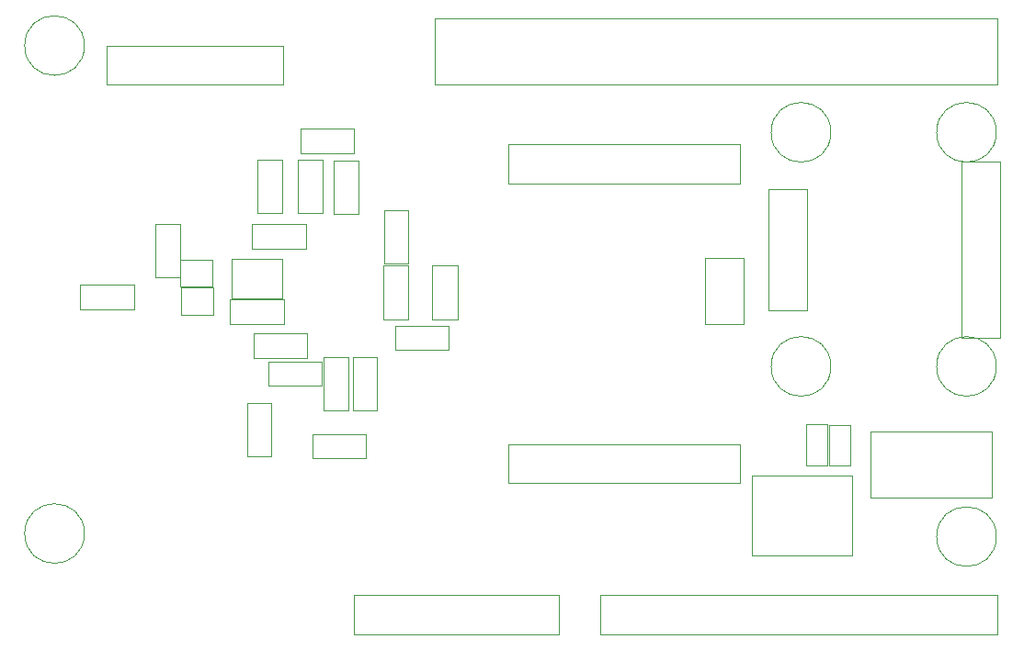
<source format=gbr>
%TF.GenerationSoftware,KiCad,Pcbnew,(5.1.9)-1*%
%TF.CreationDate,2021-03-22T02:42:00-07:00*%
%TF.ProjectId,CapstoneBoard,43617073-746f-46e6-9542-6f6172642e6b,3*%
%TF.SameCoordinates,PX4c4b400PY6bc3e40*%
%TF.FileFunction,Other,User*%
%FSLAX46Y46*%
G04 Gerber Fmt 4.6, Leading zero omitted, Abs format (unit mm)*
G04 Created by KiCad (PCBNEW (5.1.9)-1) date 2021-03-22 02:42:00*
%MOMM*%
%LPD*%
G01*
G04 APERTURE LIST*
%ADD10C,0.050000*%
G04 APERTURE END LIST*
D10*
%TO.C,J9*%
X39993000Y57533000D02*
X39993000Y51383000D01*
X91843000Y57533000D02*
X39993000Y57533000D01*
X91843000Y51383000D02*
X91843000Y57533000D01*
X39993000Y51383000D02*
X91843000Y51383000D01*
%TO.C,J6*%
X51457000Y710000D02*
X51457000Y4310000D01*
X32607000Y710000D02*
X51457000Y710000D01*
X32607000Y4310000D02*
X32607000Y710000D01*
X51457000Y4310000D02*
X32607000Y4310000D01*
%TO.C,J8*%
X46778000Y42269000D02*
X68128000Y42269000D01*
X68128000Y42269000D02*
X68128000Y45869000D01*
X68128000Y45869000D02*
X46778000Y45869000D01*
X46778000Y45869000D02*
X46778000Y42269000D01*
%TO.C,U2*%
X69248000Y7944000D02*
X78448000Y7944000D01*
X69248000Y15354000D02*
X78448000Y15354000D01*
X69248000Y7944000D02*
X69248000Y15354000D01*
X78448000Y7944000D02*
X78448000Y15354000D01*
%TO.C,J10*%
X80125000Y19433000D02*
X80125000Y13283000D01*
X91325000Y19433000D02*
X80125000Y19433000D01*
X91325000Y13283000D02*
X91325000Y19433000D01*
X80125000Y13283000D02*
X91325000Y13283000D01*
%TO.C,J7*%
X26067000Y54983000D02*
X9767000Y54983000D01*
X9767000Y54983000D02*
X9767000Y51383000D01*
X9767000Y51383000D02*
X26067000Y51383000D01*
X26067000Y51383000D02*
X26067000Y54983000D01*
%TO.C,J5*%
X46778000Y14646500D02*
X68128000Y14646500D01*
X68128000Y14646500D02*
X68128000Y18246500D01*
X68128000Y18246500D02*
X46778000Y18246500D01*
X46778000Y18246500D02*
X46778000Y14646500D01*
%TO.C,J3*%
X74290000Y41795000D02*
X74290000Y30595000D01*
X70740000Y41795000D02*
X74290000Y41795000D01*
X70740000Y30595000D02*
X70740000Y41795000D01*
X74290000Y30595000D02*
X70740000Y30595000D01*
%TO.C,J2*%
X92070000Y44305000D02*
X92070000Y28055000D01*
X88520000Y44305000D02*
X92070000Y44305000D01*
X88520000Y28055000D02*
X88520000Y44305000D01*
X92070000Y28055000D02*
X88520000Y28055000D01*
%TO.C,J12*%
X64875000Y35425000D02*
X64875000Y29275000D01*
X64875000Y29275000D02*
X68475000Y29275000D01*
X68475000Y29275000D02*
X68475000Y35425000D01*
X68475000Y35425000D02*
X64875000Y35425000D01*
%TO.C,Q2*%
X16594000Y35256000D02*
X16594000Y32756000D01*
X16594000Y32756000D02*
X19494000Y32756000D01*
X19494000Y35256000D02*
X19494000Y32756000D01*
X16594000Y35256000D02*
X19494000Y35256000D01*
%TO.C,R11*%
X37573000Y39778000D02*
X37573000Y34878000D01*
X35333000Y39778000D02*
X37573000Y39778000D01*
X35333000Y34878000D02*
X35333000Y39778000D01*
X37573000Y34878000D02*
X35333000Y34878000D01*
%TO.C,R10*%
X32559000Y45078000D02*
X27659000Y45078000D01*
X32559000Y47318000D02*
X32559000Y45078000D01*
X27659000Y47318000D02*
X32559000Y47318000D01*
X27659000Y45078000D02*
X27659000Y47318000D01*
%TO.C,R9*%
X32973000Y44378000D02*
X32973000Y39478000D01*
X30733000Y44378000D02*
X32973000Y44378000D01*
X30733000Y39478000D02*
X30733000Y44378000D01*
X32973000Y39478000D02*
X30733000Y39478000D01*
%TO.C,R8*%
X41258000Y26917000D02*
X36358000Y26917000D01*
X41258000Y29157000D02*
X41258000Y26917000D01*
X36358000Y29157000D02*
X41258000Y29157000D01*
X36358000Y26917000D02*
X36358000Y29157000D01*
%TO.C,R7*%
X28241000Y26218500D02*
X23341000Y26218500D01*
X28241000Y28458500D02*
X28241000Y26218500D01*
X23341000Y28458500D02*
X28241000Y28458500D01*
X23341000Y26218500D02*
X23341000Y28458500D01*
%TO.C,R6*%
X33692000Y16914000D02*
X28792000Y16914000D01*
X33692000Y19154000D02*
X33692000Y16914000D01*
X28792000Y19154000D02*
X33692000Y19154000D01*
X28792000Y16914000D02*
X28792000Y19154000D01*
%TO.C,R5*%
X24996000Y22008000D02*
X24996000Y17108000D01*
X22756000Y22008000D02*
X24996000Y22008000D01*
X22756000Y17108000D02*
X22756000Y22008000D01*
X24996000Y17108000D02*
X22756000Y17108000D01*
%TO.C,R4*%
X29638000Y23615000D02*
X24738000Y23615000D01*
X29638000Y25855000D02*
X29638000Y23615000D01*
X24738000Y25855000D02*
X29638000Y25855000D01*
X24738000Y23615000D02*
X24738000Y25855000D01*
%TO.C,R3*%
X32482000Y21378000D02*
X32482000Y26278000D01*
X34722000Y21378000D02*
X32482000Y21378000D01*
X34722000Y26278000D02*
X34722000Y21378000D01*
X32482000Y26278000D02*
X34722000Y26278000D01*
%TO.C,R2*%
X32054000Y26278000D02*
X32054000Y21378000D01*
X29814000Y26278000D02*
X32054000Y26278000D01*
X29814000Y21378000D02*
X29814000Y26278000D01*
X32054000Y21378000D02*
X29814000Y21378000D01*
%TO.C,Q3*%
X16695600Y32665200D02*
X19595600Y32665200D01*
X19595600Y32665200D02*
X19595600Y30165200D01*
X16695600Y30165200D02*
X19595600Y30165200D01*
X16695600Y32665200D02*
X16695600Y30165200D01*
%TO.C,L1*%
X21282000Y35298000D02*
X21282000Y31698000D01*
X21282000Y31698000D02*
X25982000Y31698000D01*
X25982000Y31698000D02*
X25982000Y35298000D01*
X25982000Y35298000D02*
X21282000Y35298000D01*
%TO.C,C10*%
X37603000Y34708000D02*
X37603000Y29748000D01*
X35303000Y34708000D02*
X37603000Y34708000D01*
X35303000Y29748000D02*
X35303000Y34708000D01*
X37603000Y29748000D02*
X35303000Y29748000D01*
%TO.C,C9*%
X23173000Y38578000D02*
X28133000Y38578000D01*
X23173000Y36278000D02*
X23173000Y38578000D01*
X28133000Y36278000D02*
X23173000Y36278000D01*
X28133000Y38578000D02*
X28133000Y36278000D01*
%TO.C,C8*%
X42103000Y34708000D02*
X42103000Y29748000D01*
X39803000Y34708000D02*
X42103000Y34708000D01*
X39803000Y29748000D02*
X39803000Y34708000D01*
X42103000Y29748000D02*
X39803000Y29748000D01*
%TO.C,C7*%
X29703000Y44508000D02*
X29703000Y39548000D01*
X27403000Y44508000D02*
X29703000Y44508000D01*
X27403000Y39548000D02*
X27403000Y44508000D01*
X29703000Y39548000D02*
X27403000Y39548000D01*
%TO.C,C4*%
X26112000Y29300000D02*
X21152000Y29300000D01*
X26112000Y31600000D02*
X26112000Y29300000D01*
X21152000Y31600000D02*
X26112000Y31600000D01*
X21152000Y29300000D02*
X21152000Y31600000D01*
%TO.C,C3*%
X23703000Y39548000D02*
X23703000Y44508000D01*
X26003000Y39548000D02*
X23703000Y39548000D01*
X26003000Y44508000D02*
X26003000Y39548000D01*
X23703000Y44508000D02*
X26003000Y44508000D01*
%TO.C,C2*%
X16590500Y38581500D02*
X16590500Y33621500D01*
X14290500Y38581500D02*
X16590500Y38581500D01*
X14290500Y33621500D02*
X14290500Y38581500D01*
X16590500Y33621500D02*
X14290500Y33621500D01*
%TO.C,C1*%
X7347500Y32933500D02*
X12307500Y32933500D01*
X7347500Y30633500D02*
X7347500Y32933500D01*
X12307500Y30633500D02*
X7347500Y30633500D01*
X12307500Y32933500D02*
X12307500Y30633500D01*
%TO.C,J4*%
X55223000Y4310000D02*
X55223000Y710000D01*
X91823000Y4310000D02*
X55223000Y4310000D01*
X91823000Y710000D02*
X91823000Y4310000D01*
X55223000Y710000D02*
X91823000Y710000D01*
%TO.C,H7*%
X91750000Y9716000D02*
G75*
G03*
X91750000Y9716000I-2750000J0D01*
G01*
%TO.C,H6*%
X7750000Y55000000D02*
G75*
G03*
X7750000Y55000000I-2750000J0D01*
G01*
%TO.C,C5*%
X76174000Y16302500D02*
X74214000Y16302500D01*
X74214000Y16302500D02*
X74214000Y20062500D01*
X74214000Y20062500D02*
X76174000Y20062500D01*
X76174000Y20062500D02*
X76174000Y16302500D01*
%TO.C,C6*%
X78333000Y20041000D02*
X78333000Y16281000D01*
X76373000Y20041000D02*
X78333000Y20041000D01*
X76373000Y16281000D02*
X76373000Y20041000D01*
X78333000Y16281000D02*
X76373000Y16281000D01*
%TO.C,H1*%
X91750000Y47000000D02*
G75*
G03*
X91750000Y47000000I-2750000J0D01*
G01*
%TO.C,H2*%
X76510000Y25410000D02*
G75*
G03*
X76510000Y25410000I-2750000J0D01*
G01*
%TO.C,H3*%
X91750000Y25410000D02*
G75*
G03*
X91750000Y25410000I-2750000J0D01*
G01*
%TO.C,H4*%
X76510000Y47000000D02*
G75*
G03*
X76510000Y47000000I-2750000J0D01*
G01*
%TO.C,H5*%
X7750000Y10000000D02*
G75*
G03*
X7750000Y10000000I-2750000J0D01*
G01*
%TD*%
M02*

</source>
